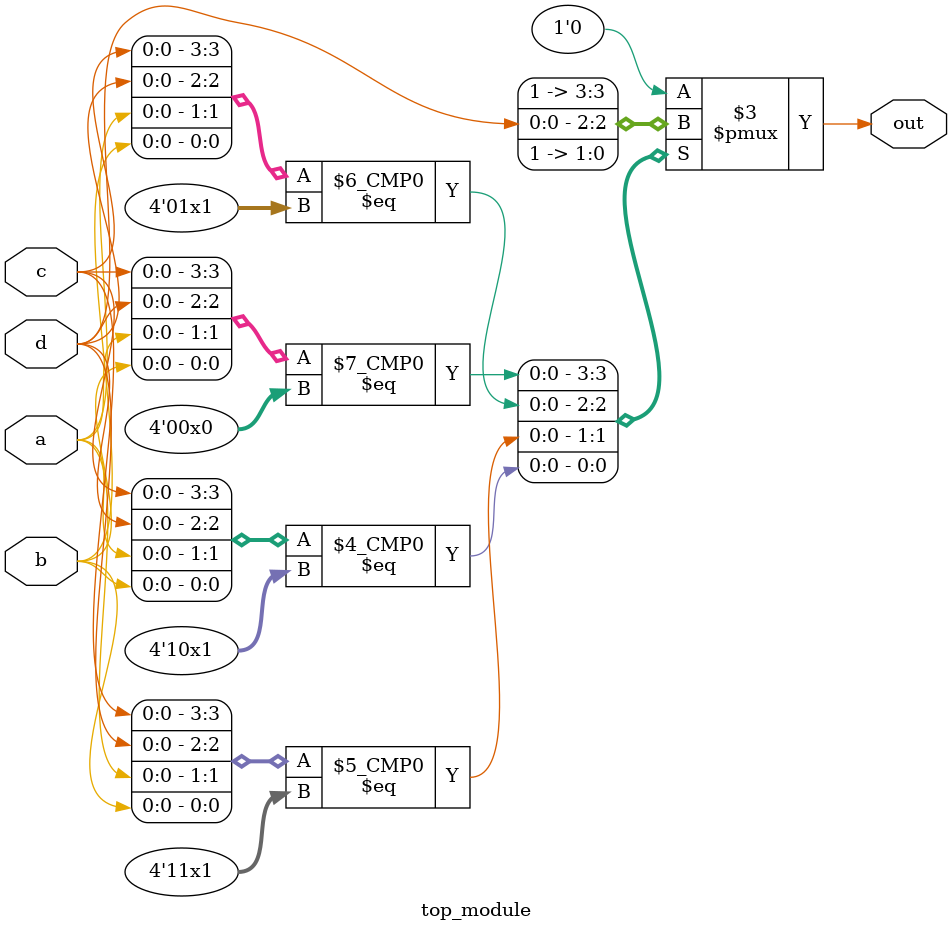
<source format=sv>
module top_module (
  input a,
  input b,
  input c,
  input d,
  output reg out
);

  always @(*) begin
    case({c, d, a, b})
      4'b00x0: out = 1;
      4'b01x1: out = d;
      4'b11x1: out = 1;
      4'b10x1: out = 1;
      default: out = 0;
    endcase
  end

endmodule

</source>
